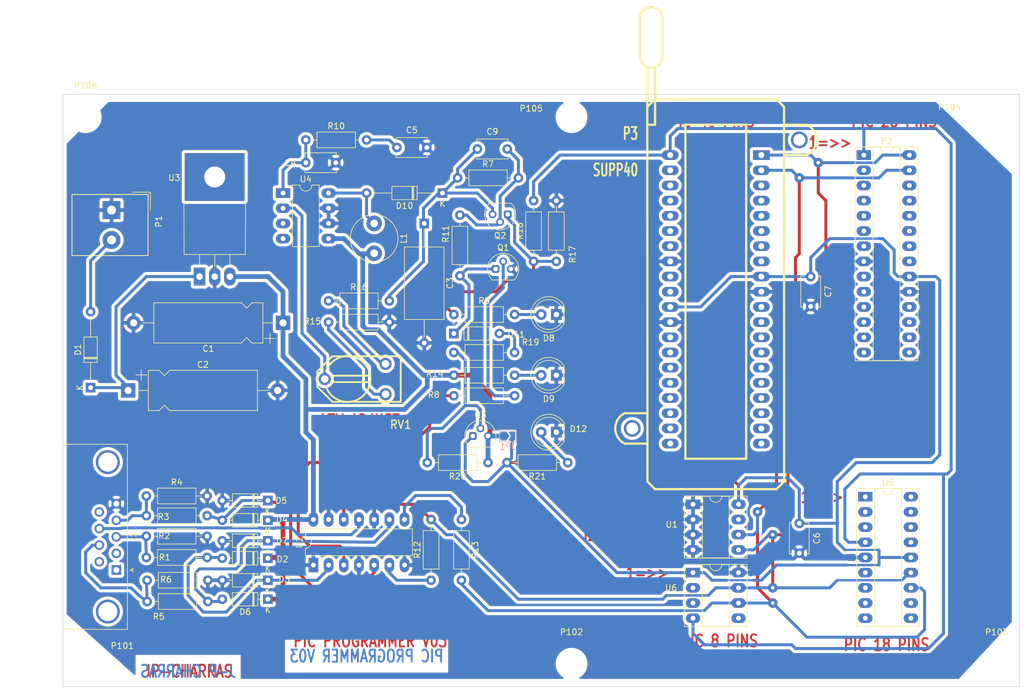
<source format=kicad_pcb>
(kicad_pcb (version 20221018) (generator pcbnew)
  (title_block (title "SERIAL PIC PROGRAMMER"))
  (layers (0 "F.Cu" signal "top_layer") (31 "B.Cu" signal "bottom_layer") (34 "B.Paste" user) (35 "F.Paste" user) (36 "B.SilkS" user "B.Silkscreen") (37 "F.SilkS" user "F.Silkscreen") (38 "B.Mask" user) (39 "F.Mask" user) (44 "Edge.Cuts" user))
  (net 0 "")
  (net 1 "/PC-CLOCK-OUT")
  (net 2 "GND")
  (net 3 "Net-(C2-Pad1)")
  (net 4 "Net-(C4-Pad1)")
  (net 5 "Net-(C5-Pad1)")
  (net 6 "Net-(C9-Pad2)")
  (net 7 "Net-(D11-Pad1)")
  (net 8 "Net-(D11-Pad2)")
  (net 9 "Net-(Q1-Pad2)")
  (net 10 "Net-(Q3-Pad2)")
  (net 11 "Net-(R12-Pad1)")
  (net 12 "Net-(R13-Pad1)")
  (net 13 "Net-(R15-Pad1)")
  (net 14 "Net-(R16-Pad1)")
  (net 15 "Net-(R8-Pad1)")
  (net 16 "Net-(RV1-Pad2)")
  (net 17 "VCC")
  (net 18 "VPP")
  (net 19 "Net-(D1-Pad2)")
  (net 20 "Net-(D4-Pad2)")
  (net 21 "Net-(D8-Pad2)")
  (net 22 "Net-(D9-Pad2)")
  (net 23 "Net-(D12-Pad2)")
  (net 24 "/pic_sockets/VCC_PIC")
  (net 25 "/CLOCK-RB6")
  (net 26 "/DATA-RB7")
  (net 27 "Net-(D2-Pad2)")
  (net 28 "Net-(D6-Pad2)")
  (net 29 "Net-(D10-Pad2)")
  (net 31 "/PC-DATA-IN")
  (net 32 "/PC-DATA-OUT")
  (net 33 "/VPP_ON")
  (net 34 "Net-(Q2-Pad1)")
  (net 38 "/VPP{slash}MCLR")
  (footprint "Capacitor_THT:CP_Axial_L18.0mm_D6.5mm_P25.00mm_Horizontal" (layer "F.Cu") (at 110.49 78.867 180)
    (fp_text reference "C1")
    (fp_text value "100µF")
  )
  (footprint "Capacitor_THT:CP_Axial_L18.0mm_D6.5mm_P25.00mm_Horizontal" (layer "F.Cu") (at 84.582 90.17)
    (fp_text reference "C2")
    (fp_text value "220uF")
  )
  (footprint "MountingHole:MountingHole_4.3mm_M4" (layer "F.Cu") (at 77.47 135.89)
    (fp_text reference "P101")
    (fp_text value "CONN_1")
  )
  (footprint "MountingHole:MountingHole_4.3mm_M4" (layer "F.Cu") (at 158.75 135.89)
    (fp_text reference "P102")
    (fp_text value "CONN_1")
  )
  (footprint "MountingHole:MountingHole_4.3mm_M4" (layer "F.Cu") (at 229.87 135.89)
    (fp_text reference "P103")
    (fp_text value "CONN_1")
  )
  (footprint "MountingHole:MountingHole_4.3mm_M4" (layer "F.Cu") (at 229.87 44.45)
    (fp_text reference "P104")
    (fp_text value "CONN_1")
  )
  (footprint "MountingHole:MountingHole_4.3mm_M4" (layer "F.Cu") (at 158.75 44.45)
    (fp_text reference "P105")
    (fp_text value "CONN_1")
  )
  (footprint "MountingHole:MountingHole_4.3mm_M4" (layer "F.Cu") (at 77.47 44.45)
    (fp_text reference "P106")
    (fp_text value "CONN_1")
  )
  (footprint "footprints:40tex-Ell600" (layer "F.Cu") (at 175.26 50.8)
    (fp_text reference "P3")
    (fp_text value "SUPP40")
  )
  (footprint "Package_DIP:DIP-8_W7.62mm_Socket_LongPads" (layer "F.Cu") (at 179.07 120.65)
    (fp_text reference "U6")
    (fp_text value "PIC_8_PINS")
  )
  (footprint "Package_DIP:DIP-8_W7.62mm_Socket_LongPads" (layer "F.Cu") (at 179.07 109.22)
    (fp_text reference "U1")
    (fp_text value "24Cxx")
  )
  (footprint "Package_DIP:DIP-8_W7.62mm_LongPads" (layer "F.Cu") (at 110.49 57.15)
    (fp_text reference "U4")
    (fp_text value "LT1373")
  )
  (footprint "Package_DIP:DIP-28_W7.62mm_Socket_LongPads" (layer "F.Cu") (at 207.645 50.8)
    (fp_text reference "P2")
    (fp_text value "SUPP28")
  )
  (footprint "Package_DIP:DIP-18_W7.62mm_Socket_LongPads" (layer "F.Cu") (at 207.899 107.95)
    (fp_text reference "U5")
    (fp_text value "PIC_18_PINS")
  )
  (footprint "Package_DIP:DIP-14_W7.62mm_LongPads" (layer "F.Cu") (at 115.57 119.38 90)
    (fp_text reference "U2")
    (fp_text value "74HC125")
  )
  (footprint "Diode_THT:D_DO-35_SOD27_P7.62mm_Horizontal" (layer "F.Cu") (at 107.95 118.237 180)
    (fp_text reference "D2")
    (fp_text value "BAT43")
  )
  (footprint "Diode_THT:D_DO-35_SOD27_P7.62mm_Horizontal" (layer "F.Cu") (at 107.95 121.92 180)
    (fp_text reference "D3")
    (fp_text value "BAT43")
  )
  (footprint "Diode_THT:D_DO-35_SOD27_P7.62mm_Horizontal" (layer "F.Cu") (at 107.95 111.887 180)
    (fp_text reference "D4")
    (fp_text value "BAT43")
  )
  (footprint "Diode_THT:D_DO-35_SOD27_P7.62mm_Horizontal" (layer "F.Cu") (at 107.95 108.585 180)
    (fp_text reference "D5")
    (fp_text value "BAT43")
  )
  (footprint "Diode_THT:D_DO-35_SOD27_P7.62mm_Horizontal" (layer "F.Cu") (at 139.065 80.645)
    (fp_text reference "D11")
    (fp_text value "BAT43")
  )
  (footprint "Diode_THT:D_DO-35_SOD27_P7.62mm_Horizontal" (layer "F.Cu") (at 107.95 115.316 180)
    (fp_text reference "D7")
    (fp_text value "BAT43")
  )
  (footprint "Diode_THT:D_DO-35_SOD27_P7.62mm_Horizontal" (layer "F.Cu") (at 107.95 125.095 180)
    (fp_text reference "D6")
    (fp_text value "BAT43")
  )
  (footprint "Connector_Dsub:DSUB-9_Female_Horizontal_P2.77x2.84mm_EdgePinOffset7.70mm_Housed_MountingHolesOffset9.12mm" (layer "F.Cu") (at 82.6 120.2 -90)
    (fp_text reference "J1")
    (fp_text value "DB9-FEMAL")
  )
  (footprint "Package_TO_SOT_THT:TO-92" (layer "F.Cu") (at 142.24 97.79)
    (fp_text reference "Q3")
    (fp_text value "BC307")
  )
  (footprint "Package_TO_SOT_THT:TO-92" (layer "F.Cu") (at 148.082 60.706 180)
    (fp_text reference "Q2")
    (fp_text value "BC307")
  )
  (footprint "Package_TO_SOT_THT:TO-92" (layer "F.Cu") (at 146.05 69.85)
    (fp_text reference "Q1")
    (fp_text value "BC237")
  )
  (footprint "Resistor_THT:R_Axial_DIN0207_L6.3mm_D2.5mm_P10.16mm_Horizontal" (layer "F.Cu") (at 152.4 68.58 90)
    (fp_text reference "R18")
    (fp_text value "220")
  )
  (footprint "Resistor_THT:R_Axial_DIN0207_L6.3mm_D2.5mm_P10.16mm_Horizontal" (layer "F.Cu") (at 114.3 48.26)
    (fp_text reference "R10")
    (fp_text value "5,1K")
  )
  (footprint "Resistor_THT:R_Axial_DIN0207_L6.3mm_D2.5mm_P10.16mm_Horizontal" (layer "F.Cu") (at 139.065 77.47)
    (fp_text reference "R9")
    (fp_text value "2.2K")
  )
  (footprint "Resistor_THT:R_Axial_DIN0207_L6.3mm_D2.5mm_P10.16mm_Horizontal" (layer "F.Cu") (at 87.63 118.11)
    (fp_text reference "R1")
    (fp_text value "10K")
  )
  (footprint "Resistor_THT:R_Axial_DIN0207_L6.3mm_D2.5mm_P10.16mm_Horizontal" (layer "F.Cu") (at 87.63 114.554)
    (fp_text reference "R2")
    (fp_text value "10K")
  )
  (footprint "Resistor_THT:R_Axial_DIN0207_L6.3mm_D2.5mm_P10.16mm_Horizontal" (layer "F.Cu") (at 87.63 111.125)
    (fp_text reference "R3")
    (fp_text value "10K")
  )
  (footprint "Resistor_THT:R_Axial_DIN0207_L6.3mm_D2.5mm_P10.16mm_Horizontal" (layer "F.Cu") (at 87.63 107.823)
    (fp_text reference "R4")
    (fp_text value "10K")
  )
  (footprint "Resistor_THT:R_Axial_DIN0207_L6.3mm_D2.5mm_P10.16mm_Horizontal" (layer "F.Cu") (at 87.757 125.476)
    (fp_text reference "R5")
    (fp_text value "10K")
  )
  (footprint "Resistor_THT:R_Axial_DIN0207_L6.3mm_D2.5mm_P10.16mm_Horizontal" (layer "F.Cu") (at 139.7 54.61)
    (fp_text reference "R7")
    (fp_text value "10K")
  )
  (footprint "Resistor_THT:R_Axial_DIN0207_L6.3mm_D2.5mm_P10.16mm_Horizontal" (layer "F.Cu") (at 87.757 121.92)
    (fp_text reference "R6")
    (fp_text value "10K")
  )
  (footprint "Resistor_THT:R_Axial_DIN0207_L6.3mm_D2.5mm_P10.16mm_Horizontal" (layer "F.Cu") (at 158.115 102.235 180)
    (fp_text reference "R21")
    (fp_text value "470")
  )
  (footprint "Resistor_THT:R_Axial_DIN0207_L6.3mm_D2.5mm_P10.16mm_Horizontal" (layer "F.Cu") (at 144.78 102.235 180)
    (fp_text reference "R20")
    (fp_text value "2.2K")
  )
  (footprint "Resistor_THT:R_Axial_DIN0207_L6.3mm_D2.5mm_P10.16mm_Horizontal" (layer "F.Cu") (at 149.225 83.82 180)
    (fp_text reference "R19")
    (fp_text value "2.2K")
  )
  (footprint "Resistor_THT:R_Axial_DIN0207_L6.3mm_D2.5mm_P10.16mm_Horizontal" (layer "F.Cu") (at 156.21 68.58 90)
    (fp_text reference "R17")
    (fp_text value "22K")
  )
  (footprint "Resistor_THT:R_Axial_DIN0207_L6.3mm_D2.5mm_P10.16mm_Horizontal" (layer "F.Cu") (at 118.11 75.184)
    (fp_text reference "R16")
    (fp_text value "62K")
  )
  (footprint "Resistor_THT:R_Axial_DIN0207_L6.3mm_D2.5mm_P10.16mm_Horizontal" (layer "F.Cu") (at 118.11 78.74)
    (fp_text reference "R15")
    (fp_text value "6.2K")
  )
  (footprint "Resistor_THT:R_Axial_DIN0207_L6.3mm_D2.5mm_P10.16mm_Horizontal" (layer "F.Cu") (at 139.065 87.63)
    (fp_text reference "R14")
    (fp_text value "470")
  )
  (footprint "Resistor_THT:R_Axial_DIN0207_L6.3mm_D2.5mm_P10.16mm_Horizontal" (layer "F.Cu") (at 140.335 111.76 -90)
    (fp_text reference "R13")
    (fp_text value "470")
  )
  (footprint "Resistor_THT:R_Axial_DIN0207_L6.3mm_D2.5mm_P10.16mm_Horizontal" (layer "F.Cu") (at 139.065 91.059)
    (fp_text reference "R8")
    (fp_text value "1K")
  )
  (footprint "Resistor_THT:R_Axial_DIN0207_L6.3mm_D2.5mm_P10.16mm_Horizontal" (layer "F.Cu") (at 135.255 121.92 90)
    (fp_text reference "R12")
    (fp_text value "470")
  )
  (footprint "LED_THT:LED_D5.0mm" (layer "F.Cu") (at 156.21 77.47 180)
    (fp_text reference "D8")
    (fp_text value "RED-LED")
  )
  (footprint "LED_THT:LED_D5.0mm" (layer "F.Cu") (at 156.21 87.63 180)
    (fp_text reference "D9")
    (fp_text value "GREEN-LED")
  )
  (footprint "LED_THT:LED_D5.0mm" (layer "F.Cu") (at 156.21 97.155 180)
    (fp_text reference "D12")
    (fp_text value "YELLOW-LED")
  )
  (footprint "Capacitor_THT:C_Disc_D5.1mm_W3.2mm_P5.00mm" (layer "F.Cu") (at 114.3 52.07)
    (fp_text reference "C4")
    (fp_text value "0")
  )
  (footprint "Capacitor_THT:C_Disc_D5.1mm_W3.2mm_P5.00mm" (layer "F.Cu") (at 129.54 49.53)
    (fp_text reference "C5")
    (fp_text value "10nF")
  )
  (footprint "Capacitor_THT:C_Disc_D5.1mm_W3.2mm_P5.00mm" (layer "F.Cu") (at 198.755 71.12 -90)
    (fp_text reference "C7")
    (fp_text value "100nF")
  )
  (footprint "Capacitor_THT:C_Disc_D5.1mm_W3.2mm_P5.00mm" (layer "F.Cu") (at 143.002 49.784)
    (fp_text reference "C9")
    (fp_text value "220nF")
  )
  (footprint "Capacitor_THT:C_Disc_D5.1mm_W3.2mm_P5.00mm" (layer "F.Cu") (at 196.85 112.395 -90)
    (fp_text reference "C6")
    (fp_text value "100nF")
  )
  (footprint "Diode_THT:D_DO-35_SOD27_P12.70mm_Horizontal" (layer "F.Cu") (at 137.16 57.15 180)
    (fp_text reference "D10")
    (fp_text value "SCHOTTKY")
  )
  (footprint "footprints:RV2X4" (layer "F.Cu") (at 127.635 90.805 180)
    (fp_text reference "RV1")
    (fp_text value "1K")
  )
  (footprint "TerminalBlock_Altech:Altech_AK300_1x02_P5.00mm_45-Degree" (layer "F.Cu") (at 81.8 60 -90)
    (fp_text reference "P1")
    (fp_text value "CONN_2")
  )
  (footprint "Package_TO_SOT_THT:TO-220-3_Horizontal_TabDown" (layer "F.Cu") (at 96.52 71.12)
    (fp_text reference "U3")
    (fp_text value "7805")
  )
  (footprint "Resistor_THT:R_Axial_DIN0207_L6.3mm_D2.5mm_P10.16mm_Horizontal" (layer "F.Cu") (at 140.081 70.993 90)
    (fp_text reference "R11")
    (fp_text value "22K")
  )
  (footprint "Capacitors_THT:C_Axial_L12.0mm_D6.5mm_P20.00mm_Horizontal" (layer "F.Cu") (at 134.112 62.23 -90)
    (fp_text reference "C3")
    (fp_text value "22uF/25V")
  )
  (footprint "Inductor_THT:L_Radial_D7.8mm_P5.00mm_Fastron_07HCP" (layer "F.Cu") (at 125.73 62.23 -90)
    (fp_text reference "L1")
    (fp_text value "22uH")
  )
  (footprint "Diode_THT:D_DO-35_SOD27_P12.70mm_Horizontal" (layer "F.Cu") (at 78.3 89.7 90)
    (fp_text reference "D1")
    (fp_text value "1N4004")
  )
  (footprint "Jumper:SolderJumper-2_P1.3mm_Open_TrianglePad1.0x1.5mm" (layer "B.Cu") (at 148.082 97.79)
    (fp_text reference "JP1")
    (fp_text value "JUMPER")
  )
  (gr_line (start 73.66 139.7) (end 73.66 40.64) (stroke (width 0.1)) (layer "Edge.Cuts"))
  (gr_line (start 173.99 40.64) (end 233.68 40.64) (stroke (width 0.1)) (layer "Edge.Cuts"))
  (gr_line (start 73.66 40.64) (end 173.99 40.64) (stroke (width 0.1)) (layer "Edge.Cuts"))
  (gr_line (start 233.68 139.7) (end 73.66 139.7) (stroke (width 0.1)) (layer "Edge.Cuts"))
  (gr_line (start 233.68 40.64) (end 233.68 139.7) (stroke (width 0.1)) (layer "Edge.Cuts"))
  (gr_text "+8/12V" (at 81.5 55.5) (layer "F.Cu") (effects (font (size 2.032 1.524) (thickness 0.3048))))
  (gr_text "VCC ON" (at 162.9 99.1) (layer "F.Cu") (effects (font (size 2.032 1.524) (thickness 0.3048))))
  (gr_text "JP-CHARRAS" (at 94.615 137.16) (layer "F.Cu") (effects (font (size 2.032 1.524) (thickness 0.3048))))
  (gr_text "1=>>" (at 167.64 48.895) (layer "F.Cu") (effects (font (size 2.032 1.524) (thickness 0.3048))))
  (gr_text "PWR ON" (at 163.83 88.9) (layer "F.Cu") (effects (font (size 2.032 1.524) (thickness 0.3048))))
  (gr_text "PIC PROGRAMMER V03" (at 125.095 132.08) (layer "F.Cu") (effects (font (size 2.032 1.524) (thickness 0.3048))))
  (gr_text "1=>>" (at 200.66 107.95) (layer "F.Cu") (effects (font (size 2.032 1.524) (thickness 0.3048))))
  (gr_text "PIC 18 PINS" (at 211.455 132.715) (layer "F.Cu") (effects (font (size 2.032 1.524) (thickness 0.3048))))
  (gr_text "I2C PROM" (at 166.37 114.3) (layer "F.Cu") (effects (font (size 2.032 1.524) (thickness 0.3048))))
  (gr_text "VPP ON" (at 163.195 80.645) (layer "F.Cu") (effects (font (size 2.032 1.524) (thickness 0.3048))))
  (gr_text "1=>>" (at 171.45 109.22) (layer "F.Cu") (effects (font (size 2.032 1.524) (thickness 0.3048))))
  (gr_text "13V ADJUST" (at 123.19 95.25) (layer "F.Cu") (effects (font (size 2.032 1.524) (thickness 0.3048))))
  (gr_text "PIC 8 PINS" (at 183.515 132.08) (layer "F.Cu") (effects (font (size 2.032 1.524) (thickness 0.3048))))
  (gr_text "PIC 28 PINS" (at 212.725 45.085) (layer "F.Cu") (effects (font (size 2.032 1.524) (thickness 0.3048))))
  (gr_text "1=>>" (at 171.45 120.65) (layer "F.Cu") (effects (font (size 2.032 1.524) (thickness 0.3048))))
  (gr_text "PIC 40 PINS" (at 182.245 45.085) (layer "F.Cu") (effects (font (size 2.032 1.524) (thickness 0.3048))))
  (gr_text "1=>>" (at 202 48.7) (layer "F.Cu") (effects (font (size 2.032 1.524) (thickness 0.3048))))
  (gr_text "J-P CHARRAS" (at 94.615 137.16) (layer "B.Cu") (effects (font (size 2.032 1.524) (thickness 0.3048)) (justify mirror)))
  (gr_text "PIC PROGRAMMER V03" (at 124.46 134.62) (layer "B.Cu") (effects (font (size 2.032 1.524) (thickness 0.3048)) (justify mirror)))
  (segment (start 85.09 123.19) (end 86.36 124.46) (width 0.5) (layer "B.Cu") (net 1))
  (segment (start 77.47 117.475) (end 77.47 120.65) (width 0.5) (layer "B.Cu") (net 1))
  (segment (start 78.62863 116.045) (end 77.47 117.20363) (width 0.5) (layer "B.Cu") (net 1))
  (segment (start 86.36 124.46) (end 87.757 125.476) (width 0.5) (layer "B.Cu") (net 1))
  (segment (start 80.01 123.19) (end 85.09 123.19) (width 0.5) (layer "B.Cu") (net 1))
  (segment (start 87.757 125.476) (end 87.63 121.92) (width 0.5) (layer "B.Cu") (net 1))
  (segment (start 79.76 116.045) (end 78.62863 116.045) (width 0.5) (layer "B.Cu") (net 1))
  (segment (start 77.47 120.65) (end 80.01 123.19) (width 0.5) (layer "B.Cu") (net 1))
  (segment (start 77.47 117.20363) (end 77.47 117.475) (width 0.5) (layer "B.Cu") (net 1))
  (segment (start 82.55 76.2) (end 87.63 71.12) (width 0.5) (layer "B.Cu") (net 3))
  (segment (start 84.112 89.7) (end 84.582 90.17) (width 0.5) (layer "B.Cu") (net 3))
  (segment (start 84.455 89.535) (end 82.55 87.63) (width 0.5) (layer "B.Cu") (net 3))
  (segment (start 78.3 89.7) (end 84.112 89.7) (width 0.5) (layer "B.Cu") (net 3))
  (segment (start 87.63 71.12) (end 96.52 71.12) (width 0.5) (layer "B.Cu") (net 3))
  (segment (start 82.55 87.63) (end 82.55 76.2) (width 0.5) (layer "B.Cu") (net 3))
  (segment (start 84.455 90.17) (end 84.455 89.535) (width 0.5) (layer "B.Cu") (net 3))
  (segment (start 114.3 48.26) (end 114.3 52.07) (width 0.5) (layer "B.Cu") (net 4))
  (segment (start 110.49 57.15) (end 110.49 53.34) (width 0.5) (layer "B.Cu") (net 4))
  (segment (start 110.49 53.34) (end 111.76 52.07) (width 0.5) (layer "B.Cu") (net 4))
  (segment (start 111.76 52.07) (end 114.3 52.07) (width 0.5) (layer "B.Cu") (net 4))
  (segment (start 124.46 48.26) (end 128.27 48.26) (width 0.5) (layer "B.Cu") (net 5))
  (segment (start 128.27 48.26) (end 129.54 49.53) (width 0.5) (layer "B.Cu") (net 5))
  (segment (start 149.86 51.642) (end 149.86 54.61) (width 0.5) (layer "B.Cu") (net 6))
  (segment (start 141.21237 60.833) (end 142.855369 62.475999) (width 0.5) (layer "B.Cu") (net 6))
  (segment (start 146.312001 62.475999) (end 146.812 61.976) (width 0.5) (layer "B.Cu") (net 6))
  (segment (start 146.812 57.658) (end 149.86 54.61) (width 0.5) (layer "B.Cu") (net 6))
  (segment (start 148.002 49.784) (end 149.86 51.642) (width 0.5) (layer "B.Cu") (net 6))
  (segment (start 146.812 61.976) (end 146.812 57.658) (width 0.5) (layer "B.Cu") (net 6))
  (segment (start 140.081 60.833) (end 141.21237 60.833) (width 0.5) (layer "B.Cu") (net 6))
  (segment (start 142.855369 62.475999) (end 146.312001 62.475999) (width 0.5) (layer "B.Cu") (net 6))
  (segment (start 141.605 72.517) (end 140.081 70.993) (width 0.5) (layer "B.Cu") (net 7))
  (segment (start 141.605 78.105) (end 141.605 72.517) (width 0.5) (layer "B.Cu") (net 7))
  (segment (start 141.224 69.85) (end 146.05 69.85) (width 0.5) (layer "B.Cu") (net 7))
  (segment (start 140.081 70.993) (end 141.224 69.85) (width 0.5) (layer "B.Cu") (net 7))
  (segment (start 139.065 80.645) (end 141.605 78.105) (width 0.5) (layer "B.Cu") (net 7))
  (segment (start 146.685 80.645) (end 148.59 80.645) (width 0.5) (layer "B.Cu") (net 8))
  (segment (start 148.59 80.645) (end 149.225 81.28) (width 0.5) (layer "B.Cu") (net 8))
  (segment (start 149.225 81.28) (end 149.225 83.82) (width 0.5) (layer "B.Cu") (net 8))
  (segment (start 145.923 91.059) (end 144.78 89.916) (width 0.5) (layer "B.Cu") (net 9))
  (segment (start 147.32 71.12) (end 147.32 68.58) (width 0.5) (layer "B.Cu") (net 9))
  (segment (start 147.32 73.025) (end 147.32 71.12) (width 0.5) (layer "B.Cu") (net 9))
  (segment (start 144.78 89.916) (end 144.78 75.565) (width 0.5) (layer "B.Cu") (net 9))
  (segment (start 144.78 75.565) (end 147.32 73.025) (width 0.5) (layer "B.Cu") (net 9))
  (segment (start 149.225 91.059) (end 145.923 91.059) (width 0.5) (layer "B.Cu") (net 9))
  (segment (start 135.255 96.52) (end 137.16 96.52) (width 0.5) (layer "B.Cu") (net 10))
  (segment (start 135.255 96.52) (end 134.62 97.155) (width 0.5) (layer "B.Cu") (net 10))
  (segment (start 143.51 93.345) (end 143.51 96.52) (width 0.5) (layer "B.Cu") (net 10))
  (segment (start 142.875 92.71) (end 143.51 93.345) (width 0.5) (layer "B.Cu") (net 10))
  (segment (start 134.62 97.155) (end 134.62 102.235) (width 0.5) (layer "B.Cu") (net 10))
  (segment (start 140.97 85.09) (end 139.7 83.82) (width 0.5) (layer "B.Cu") (net 10))
  (segment (start 140.97 85.09) (end 140.97 92.71) (width 0.5) (layer "B.Cu") (net 10))
  (segment (start 137.16 96.52) (end 140.97 92.71) (width 0.5) (layer "B.Cu") (net 10))
  (segment (start 139.7 83.82) (end 139.065 83.82) (width 0.5) (layer "B.Cu") (net 10))
  (segment (start 140.97 92.71) (end 142.875 92.71) (width 0.5) (layer "B.Cu") (net 10))
  (segment (start 128.27 119.38) (end 128.27 120.65) (width 0.5) (layer "B.Cu") (net 11))
  (segment (start 128.27 120.65) (end 129.54 121.92) (width 0.5) (layer "B.Cu") (net 11))
  (segment (start 129.54 121.92) (end 135.255 121.92) (width 0.5) (layer "B.Cu") (net 11))
  (segment (start 130.81 109.6264) (end 132.6896 107.7468) (width 0.5) (layer "B.Cu") (net 12))
  (segment (start 132.6896 107.7468) (end 138.4046 107.7468) (width 0.5) (layer "B.Cu") (net 12))
  (segment (start 138.4046 107.7468) (end 140.335 109.6772) (width 0.5) (layer "B.Cu") (net 12))
  (segment (start 140.335 109.6772) (end 140.335 111.76) (width 0.5) (layer "B.Cu") (net 12))
  (segment (start 130.81 111.76) (end 130.81 109.6264) (width 0.5) (layer "B.Cu") (net 12))
  (segment (start 118.11 80.01) (end 124.46 86.36) (width 0.5) (layer "B.Cu") (net 13))
  (segment (start 124.46 86.36) (end 124.46 89.535) (width 0.5) (layer "B.Cu") (net 13))
  (segment (start 125.73 90.805) (end 127.635 90.805) (width 0.5) (layer "B.Cu") (net 13))
  (segment (start 118.11 78.74) (end 118.11 80.01) (width 0.5) (layer "B.Cu") (net 13))
  (segment (start 124.46 89.535) (end 125.73 90.805) (width 0.5) (layer "B.Cu") (net 13))
  (segment (start 119.634 75.184) (end 120.65 76.2) (width 0.5) (layer "B.Cu") (net 14))
  (segment (start 120.65 79.375) (end 127 85.725) (width 0.5) (layer "B.Cu") (net 14))
  (segment (start 127 85.725) (end 127.635 85.725) (width 0.5) (layer "B.Cu") (net 14))
  (segment (start 118.11 75.184) (end 119.634 75.184) (width 0.5) (layer "B.Cu") (net 14))
  (segment (start 120.65 76.2) (end 120.65 79.375) (width 0.5) (layer "B.Cu") (net 14))
  (segment (start 135.001 96.266) (end 135.001 92.456) (width 0.5) (layer "F.Cu") (net 15))
  (segment (start 120.015 116.205) (end 114.935 116.205) (width 0.5) (layer "F.Cu") (net 15))
  (segment (start 114.935 102.235) (end 129.032 102.235) (width 0.5) (layer "F.Cu") (net 15))
  (segment (start 129.032 102.235) (end 135.001 96.266) (width 0.5) (layer "F.Cu") (net 15))
  (segment (start 136.398 91.059) (end 139.065 91.059) (width 0.5) (layer "F.Cu") (net 15))
  (segment (start 135.001 92.456) (end 136.398 91.059) (width 0.5) (layer "F.Cu") (net 15))
  (segment (start 113.03 104.14) (end 114.935 102.235) (width 0.5) (layer "F.Cu") (net 15))
  (segment (start 113.03 114.3) (end 113.03 104.14) (width 0.5) (layer "F.Cu") (net 15))
  (segment (start 120.65 116.84) (end 120.015 116.205) (width 0.5) (layer "F.Cu") (net 15))
  (segment (start 114.935 116.205) (end 113.03 114.3) (width 0.5) (layer "F.Cu") (net 15))
  (segment (start 120.65 119.38) (end 120.65 116.84) (width 0.5) (layer "F.Cu") (net 15))
  (segment (start 112.395 59.69) (end 113.665 60.96) (width 0.5) (layer "B.Cu") (net 16))
  (segment (start 110.49 59.69) (end 112.395 59.69) (width 0.5) (layer "B.Cu") (net 16))
  (segment (start 113.665 60.96) (end 113.665 80.645) (width 0.5) (layer "B.Cu") (net 16))
  (segment (start 117.475 84.455) (end 117.475 88.265) (width 0.5) (layer "B.Cu") (net 16))
  (segment (start 113.665 80.645) (end 117.475 84.455) (width 0.5) (layer "B.Cu") (net 16))
  (segment (start 110.49 124.155) (end 110.49 119.38) (width 0.8) (layer "F.Cu") (net 17))
  (segment (start 145.1 97.47) (end 144.78 97.79) (width 0.8) (layer "F.Cu") (net 17))
  (segment (start 141.986 87.63) (end 145.1 90.744) (width 0.8) (layer "F.Cu") (net 17))
  (segment (start 109.55 125.095) (end 110.49 124.155) (width 0.8) (layer "F.Cu") (net 17))
  (segment (start 145.1 90.744) (end 145.1 97.47) (width 0.8) (layer "F.Cu") (net 17))
  (segment (start 110.49 119.38) (end 109.22 118.11) (width 0.8) (layer "F.Cu") (net 17))
  (segment (start 107.95 125.095) (end 109.55 125.095) (width 0.8) (layer "F.Cu") (net 17))
  (segment (start 109.22 118.11) (end 107.95 118.11) (width 0.8) (layer "F.Cu") (net 17))
  (segment (start 109.855 111.76) (end 110.49 112.395) (width 0.8) (layer "F.Cu") (net 17))
  (segment (start 110.49 112.395) (end 110.49 116.84) (width 0.8) (layer "F.Cu") (net 17))
  (segment (start 107.95 111.76) (end 109.855 111.76) (width 0.8) (layer "F.Cu") (net 17))
  (segment (start 139.065 87.63) (end 141.986 87.63) (width 0.8) (layer "F.Cu") (net 17))
  (segment (start 110.49 116.84) (end 109.22 118.11) (width 0.8) (layer "F.Cu") (net 17))
  (segment (start 144.78 97.79) (end 144.78 97.917) (width 0.8) (layer "B.Cu") (net 17))
  (segment (start 124.46 80.01) (end 123.825 79.375) (width 0.8) (layer "B.Cu") (net 17))
  (segment (start 134.62 87.63) (end 133.985 87.63) (width 0.8) (layer "B.Cu") (net 17))
  (segment (start 107.95 111.76) (end 115.57 111.76) (width 0.8) (layer "B.Cu") (net 17))
  (segment (start 114.3 88.265) (end 114.3 93.345) (width 0.8) (layer "B.Cu") (net 17))
  (segment (start 110.49 78.74) (end 110.49 73.66) (width 0.8) (layer "B.Cu") (net 17))
  (segment (start 110.49 73.66) (end 107.95 71.12) (width 0.8) (layer "B.Cu") (net 17))
  (segment (start 123.825 67.31) (end 123.19 67.31) (width 0.8) (layer "B.Cu") (net 17))
  (segment (start 130.81 93.345) (end 134.62 89.535) (width 0.8) (layer "B.Cu") (net 17))
  (segment (start 147.447 97.79) (end 144.78 97.79) (width 0.8) (layer "B.Cu") (net 17))
  (segment (start 114.3 93.345) (end 114.3 97.155) (width 0.8) (layer "B.Cu") (net 17))
  (segment (start 115.57 111.76) (end 115.57 104.775) (width 0.8) (layer "B.Cu") (net 17))
  (segment (start 123.825 79.375) (end 123.825 67.31) (width 0.8) (layer "B.Cu") (net 17))
  (segment (start 110.49 84.455) (end 114.3 88.265) (width 0.8) (layer "B.Cu") (net 17))
  (segment (start 125.73 67.31) (end 123.825 67.31) (width 0.8) (layer "B.Cu") (net 17))
  (segment (start 133.985 87.63) (end 126.365 80.01) (width 0.8) (layer "B.Cu") (net 17))
  (segment (start 118.11 64.77) (end 120.65 64.77) (width 0.8) (layer "B.Cu") (net 17))
  (segment (start 115.57 98.425) (end 115.57 104.775) (width 0.8) (layer "B.Cu") (net 17))
  (segment (start 126.365 80.01) (end 124.46 80.01) (width 0.8) (layer "B.Cu") (net 17))
  (segment (start 114.3 97.155) (end 115.57 98.425) (width 0.8) (layer "B.Cu") (net 17))
  (segment (start 114.3 93.345) (end 130.81 93.345) (width 0.8) (layer "B.Cu") (net 17))
  (segment (start 139.065 87.63) (end 134.62 87.63) (width 0.8) (layer "B.Cu") (net 17))
  (segment (start 110.49 78.74) (end 110.49 84.455) (width 0.8) (layer "B.Cu") (net 17))
  (segment (start 123.19 67.31) (end 120.65 64.77) (width 0.8) (layer "B.Cu") (net 17))
  (segment (start 134.62 89.535) (end 134.62 87.63) (width 0.8) (layer "B.Cu") (net 17))
  (segment (start 101.6 71.12) (end 107.95 71.12) (width 0.8) (layer "B.Cu") (net 17))
  (segment (start 144.78 102.235) (end 144.78 97.917) (width 0.8) (layer "B.Cu") (net 17))
  (segment (start 139.7 54.61) (end 139.7 53.086) (width 0.5) (layer "B.Cu") (net 18))
  (segment (start 145.542 59.706) (end 142.986 57.15) (width 0.5) (layer "B.Cu") (net 18))
  (segment (start 137.16 57.15) (end 142.748 57.15) (width 0.5) (layer "B.Cu") (net 18))
  (segment (start 136.525 57.15) (end 137.16 57.15) (width 0.5) (layer "B.Cu") (net 18))
  (segment (start 133.985 68.58) (end 128.27 74.295) (width 0.5) (layer "B.Cu") (net 18))
  (segment (start 142.986 57.15) (end 142.748 57.15) (width 0.5) (layer "B.Cu") (net 18))
  (segment (start 139.7 53.086) (end 143.002 49.784) (width 0.5) (layer "B.Cu") (net 18))
  (segment (start 136.525 57.15) (end 133.985 59.69) (width 0.5) (layer "B.Cu") (net 18))
  (segment (start 133.985 62.23) (end 133.985 68.58) (width 0.5) (layer "B.Cu") (net 18))
  (segment (start 137.16 57.15) (end 139.7 54.61) (width 0.5) (layer "B.Cu") (net 18))
  (segment (start 145.542 60.706) (end 145.542 59.706) (width 0.5) (layer "B.Cu") (net 18))
  (segment (start 133.985 62.23) (end 133.985 59.69) (width 0.5) (layer "B.Cu") (net 18))
  (segment (start 128.27 74.295) (end 128.27 75.184) (width 0.5) (layer "B.Cu") (net 18))
  (segment (start 78.3 68.5) (end 78.3 77) (width 0.5) (layer "B.Cu") (net 19))
  (segment (start 81.8 65) (end 78.3 68.5) (width 0.5) (layer "B.Cu") (net 19))
  (segment (start 111.76 119.38) (end 115.57 123.19) (width 0.5) (layer "F.Cu") (net 20))
  (segment (start 125.73 120.65) (end 125.73 119.38) (width 0.5) (layer "F.Cu") (net 20))
  (segment (start 111.76 109.855) (end 111.76 119.38) (width 0.5) (layer "F.Cu") (net 20))
  (segment (start 115.57 123.19) (end 123.19 123.19) (width 0.5) (layer "F.Cu") (net 20))
  (segment (start 107.95 108.712) (end 111.125 109.22) (width 0.5) (layer "F.Cu") (net 20))
  (segment (start 111.125 109.22) (end 111.76 109.855) (width 0.5) (layer "F.Cu") (net 20))
  (segment (start 123.19 123.19) (end 125.73 120.65) (width 0.5) (layer "F.Cu") (net 20))
  (segment (start 107.95 108.585) (end 103.632 108.585) (width 0.5) (layer "B.Cu") (net 20))
  (segment (start 100.33 111.76) (end 97.79 111.125) (width 0.5) (layer "B.Cu") (net 20))
  (segment (start 103.632 108.585) (end 100.33 111.887) (width 0.5) (layer "B.Cu") (net 20))
  (segment (start 153.67 77.47) (end 149.225 77.47) (width 0.5) (layer "B.Cu") (net 21))
  (segment (start 153.67 87.63) (end 149.225 87.63) (width 0.5) (layer "B.Cu") (net 22))
  (segment (start 153.67 97.155) (end 153.67 97.79) (width 0.5) (layer "B.Cu") (net 23))
  (segment (start 153.67 97.79) (end 158.115 102.235) (width 0.5) (layer "B.Cu") (net 23))
  (segment (start 154.305 104.775) (end 151.765 102.235) (width 0.5) (layer "F.Cu") (net 24))
  (segment (start 151.765 102.235) (end 147.955 102.235) (width 0.5) (layer "F.Cu") (net 24))
  (segment (start 185.42 104.775) (end 186.69 106.045) (width 0.5) (layer "F.Cu") (net 24))
  (segment (start 186.69 109.22) (end 186.69 106.045) (width 0.5) (layer "F.Cu") (net 24))
  (segment (start 170.18 104.775) (end 154.305 104.775) (width 0.5) (layer "F.Cu") (net 24))
  (segment (start 170.18 104.775) (end 185.42 104.775) (width 0.5) (layer "F.Cu") (net 24))
  (segment (start 184.7 121.92) (end 189.23 121.92) (width 0.35) (layer "B.Cu") (net 24))
  (segment (start 204.47 116.84) (end 210.185 116.84) (width 0.35) (layer "B.Cu") (net 24))
  (segment (start 148.717 101.473) (end 147.955 102.235) (width 0.5) (layer "B.Cu") (net 24))
  (segment (start 148.717 99.314) (end 148.717 101.473) (width 0.5) (layer "B.Cu") (net 24))
  (segment (start 206.375 102.235) (end 219.075 102.235) (width 0.5) (layer "B.Cu") (net 24))
  (segment (start 212.725 70.485) (end 213.36 71.12) (width 0.5) (layer "B.Cu") (net 24))
  (segment (start 148.807 99.224) (end 148.717 99.314) (width 0.5) (layer "B.Cu") (net 24))
  (segment (start 212.725 66.675) (end 212.725 70.485) (width 0.5) (layer "B.Cu") (net 24))
  (segment (start 204.724 119.38) (end 193.04 119.38) (width 0.5) (layer "B.Cu") (net 24))
  (segment (start 210.185 118.11) (end 210.185 116.84) (width 0.5) (layer "B.Cu") (net 24))
  (segment (start 220.345 71.755) (end 219.71 71.12) (width 0.5) (layer "B.Cu") (net 24))
  (segment (start 220.345 100.965) (end 220.345 71.755) (width 0.5) (layer "B.Cu") (net 24))
  (segment (start 204.73401 119.39001) (end 204.724 119.38) (width 0.5) (layer "B.Cu") (net 24))
  (segment (start 148.807 97.79) (end 148.807 99.224) (width 0.5) (layer "B.Cu") (net 24))
  (segment (start 179.07 120.65) (end 166.37 120.65) (width 0.5) (layer "B.Cu") (net 24))
  (segment (start 190.5 71.12) (end 198.755 71.12) (width 0.5) (layer "B.Cu") (net 24))
  (segment (start 186.69 106.045) (end 187.96 104.775) (width 0.5) (layer "B.Cu") (net 24))
  (segment (start 196.85 112.395) (end 196.85 106.68) (width 0.5) (layer "B.Cu") (net 24))
  (segment (start 166.37 120.65) (end 147.955 102.235) (width 0.5) (layer "B.Cu") (net 24))
  (segment (start 142.24 105.41) (end 144.78 105.41) (width 0.5) (layer "B.Cu") (net 24))
  (segment (start 193.04 119.38) (end 190.5 121.92) (width 0.5) (layer "B.Cu") (net 24))
  (segment (start 198.755 67.945) (end 201.93 64.77) (width 0.5) (layer "B.Cu") (net 24))
  (segment (start 182.245 121.92) (end 184.7 121.92) (width 0.5) (layer "B.Cu") (net 24))
  (segment (start 213.36 71.12) (end 215.265 71.12) (width 0.5) (layer "B.Cu") (net 24))
  (segment (start 196.85 106.68) (end 194.945 104.775) (width 0.5) (layer "B.Cu") (net 24))
  (segment (start 208.839207 119.38) (end 208.829197 119.39001) (width 0.4) (layer "B.Cu") (net 24))
  (segment (start 140.97 99.06) (end 142.24 97.79) (width 0.5) (layer "B.Cu") (net 24))
  (segment (start 140.97 99.06) (end 140.97 104.14) (width 0.5) (layer "B.Cu") (net 24))
  (segment (start 203.2 105.41) (end 206.375 102.235) (width 0.5) (layer "B.Cu") (net 24))
  (segment (start 203.2 105.41) (end 203.2 112.395) (width 0.5) (layer "B.Cu") (net 24))
  (segment (start 210.185 64.77) (end 210.82 64.77) (width 0.5) (layer "B.Cu") (net 24))
  (segment (start 180.34 76.2) (end 185.42 71.12) (width 0.5) (layer "B.Cu") (net 24))
  (segment (start 219.075 102.235) (end 220.345 100.965) (width 0.5) (layer "B.Cu") (net 24))
  (segment (start 208.829197 119.39001) (end 204.73401 119.39001) (width 0.4) (layer "B.Cu") (net 24))
  (segment (start 203.2 112.395) (end 203.2 115.57) (width 0.5) (layer "B.Cu") (net 24))
  (segment (start 187.96 104.775) (end 194.945 104.775) (width 0.5) (layer "B.Cu") (net 24))
  (segment (start 210.185 119.38) (end 210.185 118.11) (width 0.5) (layer "B.Cu") (net 24))
  (segment (start 140.97 104.14) (end 142.24 105.41) (width 0.5) (layer "B.Cu") (net 24))
  (segment (start 198.755 71.12) (end 198.755 67.945) (width 0.5) (layer "B.Cu") (net 24))
  (segment (start 175.26 76.2) (end 180.34 76.2) (width 0.5) (layer "B.Cu") (net 24))
  (segment (start 210.82 64.77) (end 212.725 66.675) (width 0.5) (layer "B.Cu") (net 24))
  (segment (start 210.185 118.11) (end 215.265 118.11) (width 0.5) (layer "B.Cu") (net 24))
  (segment (start 205.74 64.77) (end 210.185 64.77) (width 0.4) (layer "B.Cu") (net 24))
  (segment (start 190.5 121.92) (end 189.23 121.92) (width 0.5) (layer "B.Cu") (net 24))
  (segment (start 186.69 109.22) (end 186.69 106.045) (width 0.5) (layer "B.Cu") (net 24))
  (segment (start 196.85 112.395) (end 203.2 112.395) (width 0.5) (layer "B.Cu") (net 24))
  (segment (start 210.185 119.38) (end 208.839207 119.38) (width 0.4) (layer "B.Cu") (net 24))
  (segment (start 201.93 64.77) (end 205.74 64.77) (width 0.5) (layer "B.Cu") (net 24))
  (segment (start 144.78 105.41) (end 147.955 102.235) (width 0.5) (layer "B.Cu") (net 24))
  (segment (start 203.2 115.57) (end 204.47 116.84) (width 0.5) (layer "B.Cu") (net 24))
  (segment (start 185.42 71.12) (end 190.5 71.12) (width 0.5) (layer "B.Cu") (net 24))
  (segment (start 179.07 120.65) (end 180.975 120.65) (width 0.5) (layer "B.Cu") (net 24))
  (segment (start 180.975 120.65) (end 182.245 121.92) (width 0.5) (layer "B.Cu") (net 24))
  (segment (start 219.71 71.12) (end 215.265 71.12) (width 0.5) (layer "B.Cu") (net 24))
  (segment (start 189.865 123.19) (end 192.405 125.73) (width 0.5) (layer "F.Cu") (net 25))
  (segment (start 193.04 75.565) (end 196.215 72.39) (width 0.5) (layer "F.Cu") (net 25))
  (segment (start 196.85 67.31) (end 196.85 54.61) (width 0.5) (layer "F.Cu") (net 25))
  (segment (start 196.215 72.39) (end 196.215 67.945) (width 0.5) (layer "F.Cu") (net 25))
  (segment (start 193.04 107.315) (end 189.865 110.49) (width 0.5) (layer "F.Cu") (net 25))
  (segment (start 189.865 110.49) (end 189.865 123.19) (width 0.5) (layer "F.Cu") (net 25))
  (segment (start 196.215 67.945) (end 196.85 67.31) (width 0.5) (layer "F.Cu") (net 25))
  (segment (start 193.04 107.315) (end 193.04 75.565) (width 0.5) (layer "F.Cu") (net 25))
  (via (at 189.865 110.49) (size 1.6) (drill 0.6) (layers "F.Cu" "B.Cu") (net 25))
  (via (at 192.405 125.73) (size 1.6) (drill 0.6) (layers "F.Cu" "B.Cu") (net 25))
  (via (at 196.85 54.61) (size 1.6) (drill 0.6) (layers "F.Cu" "B.Cu") (net 25))
  (segment (start 182.245 125.73) (end 186.69 125.73) (width 0.5) (layer "B.Cu") (net 25))
  (segment (start 195.58 53.34) (end 196.85 54.61) (width 0.5) (layer "B.Cu") (net 25))
  (segment (start 190.5 53.34) (end 195.58 53.34) (width 0.5) (layer "B.Cu") (net 25))
  (segment (start 216.535 131.445) (end 217.805 130.175) (width 0.5) (layer "B.Cu") (net 25))
  (segment (start 211.455 53.34) (end 215.265 53.34) (width 0.5) (layer "B.Cu") (net 25))
  (segment (start 189.23 114.3) (end 186.69 114.3) (width 0.5) (layer "B.Cu") (net 25))
  (segment (start 182.245 125.73) (end 180.975 127) (width 0.5) (layer "B.Cu") (net 25))
  (segment (start 205.74 54.61) (end 208.915 54.61) (width 0.4318) (layer "B.Cu") (net 25))
  (segment (start 211.455 53.34) (end 210.185 54.61) (width 0.5) (layer "B.Cu") (net 25))
  (segment (start 140.335 122.555) (end 144.78 127) (width 0.5) (layer "B.Cu") (net 25))
  (segment (start 210.185 54.61) (end 208.915 54.61) (width 0.5) (layer "B.Cu") (net 25))
  (segment (start 217.805 123.825) (end 217.17 123.19) (width 0.5) (layer "B.Cu") (net 25))
  (segment (start 196.85 54.61) (end 205.74 54.61) (width 0.5) (layer "B.Cu") (net 25))
  (segment (start 140.335 121.92) (end 140.335 122.555) (width 0.5) (layer "B.Cu") (net 25))
  (segment (start 217.17 123.19) (end 215.265 123.19) (width 0.5) (layer "B.Cu") (net 25))
  (segment (start 144.78 127) (end 177.165 127) (width 0.5) (layer "B.Cu") (net 25))
  (segment (start 189.865 110.49) (end 189.865 113.665) (width 0.5) (layer "B.Cu") (net 25))
  (segment (start 217.805 130.175) (end 217.805 123.825) (width 0.5) (layer "B.Cu") (net 25))
  (segment (start 192.405 125.73) (end 198.12 131.445) (width 0.5) (layer "B.Cu") (net 25))
  (segment (start 198.12 131.445) (end 216.535 131.445) (width 0.5) (layer "B.Cu") (net 25))
  (segment (start 186.69 125.73) (end 192.405 125.73) (width 0.5) (layer "B.Cu") (net 25))
  (segment (start 189.865 113.665) (end 189.23 114.3) (width 0.5) (layer "B.Cu") (net 25))
  (segment (start 177.165 127) (end 180.975 127) (width 0.4318) (layer "B.Cu") (net 25))
  (segment (start 201.295 85.09) (end 194.945 91.44) (width 0.5) (layer "F.Cu") (net 26))
  (segment (start 194.945 91.44) (end 194.945 113.665) (width 0.5) (layer "F.Cu") (net 26))
  (segment (start 200.025 57.15) (end 200.025 52.07) (width 0.5) (layer "F.Cu") (net 26))
  (segment (start 201.295 58.42) (end 201.295 85.09) (width 0.5) (layer "F.Cu") (net 26))
  (segment (start 120.65 109.855) (end 121.285 109.22) (width 0.5) (layer "F.Cu") (net 26))
  (segment (start 192.405 114.3) (end 192.405 123.19) (width 0.5) (layer "F.Cu") (net 26))
  (segment (start 120.65 111.76) (end 120.65 109.855) (width 0.5) (layer "F.Cu") (net 26))
  (segment (start 194.945 113.665) (end 194.31 114.3) (width 0.5) (layer "F.Cu") (net 26))
  (segment (start 132.715 109.22) (end 135.255 111.76) (width 0.5) (layer "F.Cu") (net 26))
  (segment (start 194.31 114.3) (end 192.405 114.3) (width 0.5) (layer "F.Cu") (net 26))
  (segment (start 200.025 57.15) (end 201.295 58.42) (width 0.5) (layer "F.Cu") (net 26))
  (segment (start 121.285 109.22) (end 132.715 109.22) (width 0.5) (layer "F.Cu") (net 26))
  (via (at 200.025 52.07) (size 1.6) (drill 0.6) (layers "F.Cu" "B.Cu") (net 26))
  (via (at 192.405 123.19) (size 1.6) (drill 0.6) (layers "F.Cu" "B.Cu") (net 26))
  (via (at 192.405 114.3) (size 1.6) (drill 0.6) (layers "F.Cu" "B.Cu") (net 26))
  (segment (start 215.265 50.8) (end 210.82 50.8) (width 0.5) (layer "B.Cu") (net 26))
  (segment (start 209.55 52.07) (end 210.82 50.8) (width 0.5) (layer "B.Cu") (net 26))
  (segment (start 203.2 121.92) (end 213.995 121.92) (width 0.4) (layer "B.Cu") (net 26))
  (segment (start 201.93 123.19) (end 203.2 121.92) (width 0.5) (layer "B.Cu") (net 26))
  (segment (start 173.99 125.095) (end 174.625 124.46) (width 0.5) (layer "B.Cu") (net 26))
  (segment (start 181.61 124.46) (end 182.88 123.19) (width 0.5) (layer "B.Cu") (net 26))
  (segment (start 135.255 111.76) (end 137.795 114.3) (width 0.5) (layer "B.Cu") (net 26))
  (segment (start 205.74 52.07) (end 209.55 52.07) (width 0.4318) (layer "B.Cu") (net 26))
  (segment (start 200.025 52.07) (end 205.74 52.07) (width 0.5) (layer "B.Cu") (net 26))
  (segment (start 189.23 116.84) (end 186.69 116.84) (width 0.5) (layer "B.Cu") (net 26))
  (segment (start 182.88 123.19) (end 186.69 123.19) (width 0.5) (layer "B.Cu") (net 26))
  (segment (start 192.405 114.3) (end 191.77 114.3) (width 0.5) (layer "B.Cu") (net 26))
  (segment (start 186.69 123.19) (end 192.405 123.19) (width 0.5) (layer "B.Cu") (net 26))
  (segment (start 192.405 123.19) (end 201.93 123.19) (width 0.5) (layer "B.Cu") (net 26))
  (segment (start 198.755 50.8) (end 200.025 52.07) (width 0.5) (layer "B.Cu") (net 26))
  (segment (start 190.5 50.8) (end 198.755 50.8) (width 0.5) (layer "B.Cu") (net 26))
  (segment (start 139.065 114.3) (end 149.86 125.095) (width 0.5) (layer "B.Cu") (net 26))
  (segment (start 149.86 125.095) (end 173.99 125.095) (width 0.5) (layer "B.Cu") (net 26))
  (segment (start 174.625 124.46) (end 181.61 124.46) (width 0.4318) (layer "B.Cu") (net 26))
  (segment (start 213.995 121.92) (end 215.265 120.65) (width 0.5) (layer "B.Cu") (net 26))
  (segment (start 191.77 114.3) (end 189.23 116.84) (width 0.5) (layer "B.Cu") (net 26))
  (segment (start 137.795 114.3) (end 139.065 114.3) (width 0.5) (layer "B.Cu") (net 26))
  (segment (start 106.045 121.92) (end 107.95 121.92) (width 0.5) (layer "B.Cu") (net 27))
  (segment (start 95.885 118.11) (end 94.615 119.38) (width 0.5) (layer "B.Cu") (net 27))
  (segment (start 97.79 118.11) (end 95.885 118.11) (width 0.5) (layer "B.Cu") (net 27))
  (segment (start 107.95 121.92) (end 116.205 121.92) (width 0.5) (layer "B.Cu") (net 27))
  (segment (start 97.155 127.254) (end 100.965 127.254) (width 0.5) (layer "B.Cu") (net 27))
  (segment (start 118.11 120.015) (end 118.11 119.38) (width 0.5) (layer "B.Cu") (net 27))
  (segment (start 94.615 124.46) (end 97.155 127.254) (width 0.5) (layer "B.Cu") (net 27))
  (segment (start 94.615 119.38) (end 94.615 124.46) (width 0.5) (layer "B.Cu") (net 27))
  (segment (start 116.205 121.92) (end 118.11 120.015) (width 0.5) (layer "B.Cu") (net 27))
  (segment (start 100.33 118.11) (end 97.79 118.11) (width 0.5) (layer "B.Cu") (net 27))
  (segment (start 100.965 127.254) (end 106.045 121.92) (width 0.5) (layer "B.Cu") (net 27))
  (segment (start 99.949 125.476) (end 100.33 125.095) (width 0.5) (layer "B.Cu") (net 28))
  (segment (start 95.885 123.444) (end 97.917 125.476) (width 0.5) (layer "B.Cu") (net 28))
  (segment (start 102.616 120.015) (end 103.505 119.126) (width 0.5) (layer "B.Cu") (net 28))
  (segment (start 97.917 125.476) (end 99.949 125.476) (width 0.5) (layer "B.Cu") (net 28))
  (segment (start 128.27 111.76) (end 128.27 113.03) (width 0.5) (layer "B.Cu") (net 28))
  (segment (start 96.52 120.015) (end 102.616 120.015) (width 0.5) (layer "B.Cu") (net 28))
  (segment (start 95.885 122.555) (end 95.885 123.444) (width 0.5) (layer "B.Cu") (net 28))
  (segment (start 103.505 116.332) (end 104.521 115.316) (width 0.5) (layer "B.Cu") (net 28))
  (segment (start 128.27 113.03) (end 125.73 115.57) (width 0.5) (layer "B.Cu") (net 28))
  (segment (start 104.521 115.316) (end 107.95 115.316) (width 0.5) (layer "B.Cu") (net 28))
  (segment (start 107.95 115.316) (end 125.73 115.57) (width 0.5) (layer "B.Cu") (net 28))
  (segment (start 95.885 120.65) (end 96.52 120.015) (width 0.5) (layer "B.Cu") (net 28))
  (segment (start 103.505 119.126) (end 103.505 116.332) (width 0.5) (layer "B.Cu") (net 28))
  (segment (start 95.885 122.555) (end 95.885 120.65) (width 0.5) (layer "B.Cu") (net 28))
  (segment (start 118.11 57.15) (end 124.46 57.15) (width 0.5) (layer "B.Cu") (net 29))
  (segment (start 124.46 60.96) (end 125.73 62.23) (width 0.5) (layer "B.Cu") (net 29))
  (segment (start 124.46 57.15) (end 124.46 60.96) (width 0.5) (layer "B.Cu") (net 29))
  (segment (start 123.19 113.03) (end 123.19 111.76) (width 0.5) (layer "B.Cu") (net 31))
  (segment (start 121.92 114.3) (end 123.19 113.03) (width 0.5) (layer "B.Cu") (net 31))
  (segment (start 84.963 113.157) (end 99.675998 113.157) (width 0.5) (layer "B.Cu") (net 31))
  (segment (start 106.665998 113.157) (end 106.725999 113.217001) (width 0.5) (layer "B.Cu") (net 31))
  (segment (start 106.725999 113.217001) (end 109.174001 113.217001) (width 0.5) (layer "B.Cu") (net 31))
  (segment (start 113.03 114.3) (end 121.92 114.3) (width 0.5) (layer "B.Cu") (net 31))
  (segment (start 100.984002 113.157) (end 106.665998 113.157) (width 0.5) (layer "B.Cu") (net 31))
  (segment (start 83.543 113.157) (end 83.425 113.275) (width 0.5) (layer "B.Cu") (net 31))
  (segment (start 84.963 113.157) (end 83.543 113.157) (width 0.5) (layer "B.Cu") (net 31))
  (segment (start 109.174001 113.217001) (end 109.234002 113.157) (width 0.5) (layer "B.Cu") (net 31))
  (segment (start 109.234002 113.157) (end 111.887 113.157) (width 0.5) (layer "B.Cu") (net 31))
  (segment (start 100.954001 113.187001) (end 100.984002 113.157) (width 0.5) (layer "B.Cu") (net 31))
  (segment (start 99.705999 113.187001) (end 100.954001 113.187001) (width 0.5) (layer "B.Cu") (net 31))
  (segment (start 99.675998 113.157) (end 99.705999 113.187001) (width 0.5) (layer "B.Cu") (net 31))
  (segment (start 111.887 113.157) (end 113.03 114.3) (width 0.5) (layer "B.Cu") (net 31))
  (segment (start 83.425 113.275) (end 79.76 113.275) (width 0.5) (layer "B.Cu") (net 31))
  (segment (start 84.51237 111.89) (end 82.6 111.89) (width 0.5) (layer "B.Cu") (net 32))
  (segment (start 85.27737 111.125) (end 84.51237 111.89) (width 0.5) (layer "B.Cu") (net 32))
  (segment (start 87.63 111.125) (end 85.27737 111.125) (width 0.5) (layer "B.Cu") (net 32))
  (segment (start 87.63 111.125) (end 87.63 107.823) (width 0.5) (layer "B.Cu") (net 32))
  (segment (start 82.6 114.66) (end 87.524 114.66) (width 0.5) (layer "B.Cu") (net 33))
  (segment (start 87.524 114.66) (end 87.63 114.554) (width 0.5) (layer "B.Cu") (net 33))
  (segment (start 87.63 118.11) (end 87.503 114.554) (width 0.5) (layer "B.Cu") (net 33))
  (segment (start 150.495 71.755) (end 152.4 69.85) (width 0.5) (layer "F.Cu") (net 34))
  (segment (start 139.065 73.66) (end 146.05 73.66) (width 0.5) (layer "F.Cu") (net 34))
  (segment (start 137.795 74.93) (end 137.795 76.2) (width 0.5) (layer "F.Cu") (net 34))
  (segment (start 146.05 73.66) (end 147.955 71.755) (width 0.5) (layer "F.Cu") (net 34))
  (segment (start 147.955 71.755) (end 150.495 71.755) (width 0.5) (layer "F.Cu") (net 34))
  (segment (start 137.795 74.93) (end 139.065 73.66) (width 0.5) (layer "F.Cu") (net 34))
  (segment (start 152.4 68.58) (end 152.4 69.85) (width 0.5) (layer "F.Cu") (net 34))
  (segment (start 137.795 76.2) (end 139.065 77.47) (width 0.5) (layer "F.Cu") (net 34))
  (segment (start 152.4 68.58) (end 156.21 68.58) (width 0.5) (layer "B.Cu") (net 34))
  (segment (start 149.225 62.556106) (end 149.225 65.405) (width 0.5) (layer "B.Cu") (net 34))
  (segment (start 148.082 61.413106) (end 149.225 62.556106) (width 0.5) (layer "B.Cu") (net 34))
  (segment (start 149.225 65.405) (end 152.4 68.58) (width 0.5) (layer "B.Cu") (net 34))
  (segment (start 148.082 60.706) (end 148.082 61.413106) (width 0.5) (layer "B.Cu") (net 34))
  (segment (start 195.58 132.715) (end 196.215 133.35) (width 0.5) (layer "B.Cu") (net 38))
  (segment (start 175.26 50.8) (end 175.26 47.625) (width 0.5) (layer "B.Cu") (net 38))
  (segment (start 207.645 115.57) (end 205.105 115.57) (width 0.5) (layer "B.Cu") (net 38))
  (segment (start 156.845 50.8) (end 175.26 50.8) (width 0.5) (layer "B.Cu") (net 38))
  (segment (start 196.215 133.35) (end 218.44 133.35) (width 0.5) (layer "B.Cu") (net 38))
  (segment (start 207.645 50.8) (end 207.645 46.355) (width 0.5) (layer "B.Cu") (net 38))
  (segment (start 220.98 130.81) (end 220.98 104.14) (width 0.5) (layer "B.Cu") (net 38))
  (segment (start 219.71 46.355) (end 207.645 46.355) (width 0.5) (layer "B.Cu") (net 38))
  (segment (start 207.645 46.355) (end 176.53 46.355) (width 0.5) (layer "B.Cu") (net 38))
  (segment (start 175.26 47.625) (end 176.53 46.355) (width 0.5) (layer "B.Cu") (net 38))
  (segment (start 205.105 115.57) (end 204.47 114.935) (width 0.5) (layer "B.Cu") (net 38))
  (segment (start 204.47 106.68) (end 207.01 104.14) (width 0.5) (layer "B.Cu") (net 38))
  (segment (start 204.47 114.935) (end 204.47 106.68) (width 0.5) (layer "B.Cu") (net 38))
  (segment (start 221.615 104.14) (end 220.98 104.14) (width 0.5) (layer "B.Cu") (net 38))
  (segment (start 221.615 104.14) (end 222.25 103.505) (width 0.5) (layer "B.Cu") (net 38))
  (segment (start 195.58 132.715) (end 180.975 132.715) (width 0.5) (layer "B.Cu") (net 38))
  (segment (start 222.25 48.895) (end 219.71 46.355) (width 0.5) (layer "B.Cu") (net 38))
  (segment (start 179.07 130.81) (end 179.07 128.27) (width 0.5) (layer "B.Cu") (net 38))
  (segment (start 222.25 48.895) (end 222.25 103.505) (width 0.5) (layer "B.Cu") (net 38))
  (segment (start 179.07 130.81) (end 180.975 132.715) (width 0.5) (layer "B.Cu") (net 38))
  (segment (start 156.845 50.8) (end 152.4 55.245) (width 0.5) (layer "B.Cu") (net 38))
  (segment (start 207.01 104.14) (end 220.98 104.14) (width 0.5) (layer "B.Cu") (net 38))
  (segment (start 152.4 55.245) (end 152.4 58.42) (width 0.5) (layer "B.Cu") (net 38))
  (segment (start 218.44 133.35) (end 220.98 130.81) (width 0.5) (layer "B.Cu") (net 38))
  (zone (net 2) (net_name "GND") (layer "B.Cu") (connect_pads (clearance 0.508)) (min_thickness 0.3) (fill yes (thermal_gap 0.508) (thermal_bridge_width 0.635))
    (polygon (pts (xy 223.52 138.43) (xy 232.41 128.905) (xy 232.41 53.975) (xy 219.71 41.91) (xy 81.28 41.91) (xy 74.295 48.895) (xy 74.295 127.635) (xy 86.36 138.43)))
  )
)
</source>
